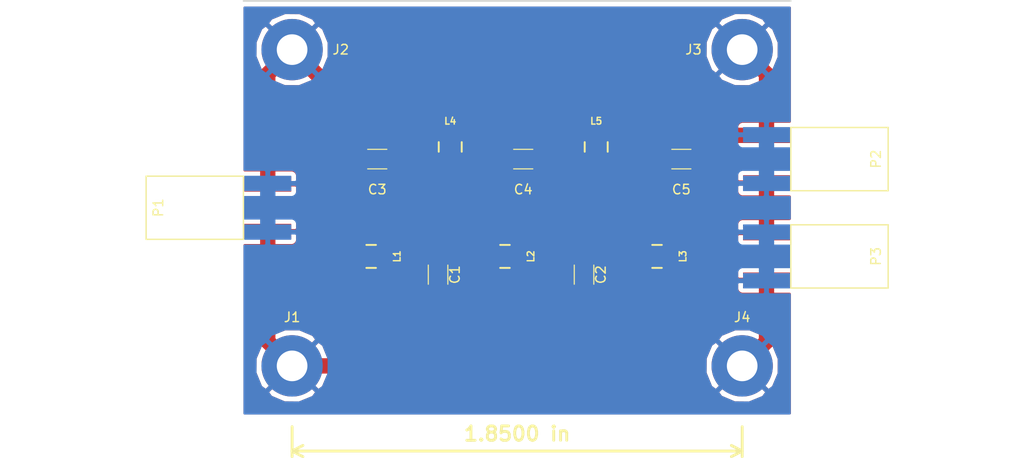
<source format=kicad_pcb>
(kicad_pcb (version 4) (host pcbnew 4.0.7-e2-6376~58~ubuntu16.04.1)

  (general
    (links 31)
    (no_connects 0)
    (area 13.740001 21.425 122.07 71.280001)
    (thickness 1.6)
    (drawings 10)
    (tracks 42)
    (zones 0)
    (modules 17)
    (nets 9)
  )

  (page A4)
  (title_block
    (title "VHF UHF Diplexer")
    (date 2018-01-14)
    (rev V1.0)
    (company "Giga Technology")
    (comment 1 "2m and 70 cm Diplex max 10w")
  )

  (layers
    (0 F.Cu signal)
    (31 B.Cu signal)
    (32 B.Adhes user)
    (33 F.Adhes user)
    (34 B.Paste user)
    (35 F.Paste user)
    (36 B.SilkS user)
    (37 F.SilkS user)
    (38 B.Mask user)
    (39 F.Mask user)
    (40 Dwgs.User user)
    (41 Cmts.User user)
    (42 Eco1.User user)
    (43 Eco2.User user)
    (44 Edge.Cuts user)
    (45 Margin user)
    (46 B.CrtYd user)
    (47 F.CrtYd user)
    (48 B.Fab user)
    (49 F.Fab user)
  )

  (setup
    (last_trace_width 0.25)
    (trace_clearance 0.2)
    (zone_clearance 0.508)
    (zone_45_only no)
    (trace_min 0.2)
    (segment_width 0.2)
    (edge_width 0.15)
    (via_size 0.6)
    (via_drill 0.4)
    (via_min_size 0.4)
    (via_min_drill 0.3)
    (uvia_size 0.3)
    (uvia_drill 0.1)
    (uvias_allowed no)
    (uvia_min_size 0.2)
    (uvia_min_drill 0.1)
    (pcb_text_width 0.3)
    (pcb_text_size 1.5 1.5)
    (mod_edge_width 0.15)
    (mod_text_size 1 1)
    (mod_text_width 0.15)
    (pad_size 1.524 1.524)
    (pad_drill 0.762)
    (pad_to_mask_clearance 0.2)
    (aux_axis_origin 0 0)
    (visible_elements FFFFFF7F)
    (pcbplotparams
      (layerselection 0x00030_80000001)
      (usegerberextensions false)
      (excludeedgelayer true)
      (linewidth 0.100000)
      (plotframeref false)
      (viasonmask false)
      (mode 1)
      (useauxorigin false)
      (hpglpennumber 1)
      (hpglpenspeed 20)
      (hpglpendiameter 15)
      (hpglpenoverlay 2)
      (psnegative false)
      (psa4output false)
      (plotreference true)
      (plotvalue true)
      (plotinvisibletext false)
      (padsonsilk false)
      (subtractmaskfromsilk false)
      (outputformat 1)
      (mirror false)
      (drillshape 1)
      (scaleselection 1)
      (outputdirectory ""))
  )

  (net 0 "")
  (net 1 "Net-(C1-Pad1)")
  (net 2 GND)
  (net 3 "Net-(C2-Pad1)")
  (net 4 "Net-(C3-Pad1)")
  (net 5 "Net-(C3-Pad2)")
  (net 6 "Net-(C4-Pad1)")
  (net 7 "Net-(C5-Pad1)")
  (net 8 "Net-(L3-Pad1)")

  (net_class Default "This is the default net class."
    (clearance 0.2)
    (trace_width 0.25)
    (via_dia 0.6)
    (via_drill 0.4)
    (uvia_dia 0.3)
    (uvia_drill 0.1)
  )

  (net_class 50Ohm ""
    (clearance 0.27)
    (trace_width 1.6)
    (via_dia 0.6)
    (via_drill 0.4)
    (uvia_dia 0.3)
    (uvia_drill 0.1)
    (add_net GND)
    (add_net "Net-(C1-Pad1)")
    (add_net "Net-(C2-Pad1)")
    (add_net "Net-(C3-Pad1)")
    (add_net "Net-(C3-Pad2)")
    (add_net "Net-(C4-Pad1)")
    (add_net "Net-(C5-Pad1)")
    (add_net "Net-(L3-Pad1)")
  )

  (module Capacitors_SMD:C_1206_HandSoldering (layer F.Cu) (tedit 58AA84D1) (tstamp 5A5B7892)
    (at 59.69 50.165 270)
    (descr "Capacitor SMD 1206, hand soldering")
    (tags "capacitor 1206")
    (path /5A59FCF8)
    (attr smd)
    (fp_text reference C1 (at 0 -1.75 270) (layer F.SilkS)
      (effects (font (size 1 1) (thickness 0.15)))
    )
    (fp_text value 18pF (at 0 2 270) (layer F.Fab)
      (effects (font (size 1 1) (thickness 0.15)))
    )
    (fp_text user %R (at 0 -1.75 270) (layer F.Fab)
      (effects (font (size 1 1) (thickness 0.15)))
    )
    (fp_line (start -1.6 0.8) (end -1.6 -0.8) (layer F.Fab) (width 0.1))
    (fp_line (start 1.6 0.8) (end -1.6 0.8) (layer F.Fab) (width 0.1))
    (fp_line (start 1.6 -0.8) (end 1.6 0.8) (layer F.Fab) (width 0.1))
    (fp_line (start -1.6 -0.8) (end 1.6 -0.8) (layer F.Fab) (width 0.1))
    (fp_line (start 1 -1.02) (end -1 -1.02) (layer F.SilkS) (width 0.12))
    (fp_line (start -1 1.02) (end 1 1.02) (layer F.SilkS) (width 0.12))
    (fp_line (start -3.25 -1.05) (end 3.25 -1.05) (layer F.CrtYd) (width 0.05))
    (fp_line (start -3.25 -1.05) (end -3.25 1.05) (layer F.CrtYd) (width 0.05))
    (fp_line (start 3.25 1.05) (end 3.25 -1.05) (layer F.CrtYd) (width 0.05))
    (fp_line (start 3.25 1.05) (end -3.25 1.05) (layer F.CrtYd) (width 0.05))
    (pad 1 smd rect (at -2 0 270) (size 2 1.6) (layers F.Cu F.Paste F.Mask)
      (net 1 "Net-(C1-Pad1)"))
    (pad 2 smd rect (at 2 0 270) (size 2 1.6) (layers F.Cu F.Paste F.Mask)
      (net 2 GND))
    (model Capacitors_SMD.3dshapes/C_1206.wrl
      (at (xyz 0 0 0))
      (scale (xyz 1 1 1))
      (rotate (xyz 0 0 0))
    )
  )

  (module Capacitors_SMD:C_1206_HandSoldering (layer F.Cu) (tedit 58AA84D1) (tstamp 5A5B7898)
    (at 74.93 50.165 270)
    (descr "Capacitor SMD 1206, hand soldering")
    (tags "capacitor 1206")
    (path /5A59FBD5)
    (attr smd)
    (fp_text reference C2 (at 0 -1.75 270) (layer F.SilkS)
      (effects (font (size 1 1) (thickness 0.15)))
    )
    (fp_text value 18pF (at 0 2 270) (layer F.Fab)
      (effects (font (size 1 1) (thickness 0.15)))
    )
    (fp_text user %R (at 0 -1.75 270) (layer F.Fab)
      (effects (font (size 1 1) (thickness 0.15)))
    )
    (fp_line (start -1.6 0.8) (end -1.6 -0.8) (layer F.Fab) (width 0.1))
    (fp_line (start 1.6 0.8) (end -1.6 0.8) (layer F.Fab) (width 0.1))
    (fp_line (start 1.6 -0.8) (end 1.6 0.8) (layer F.Fab) (width 0.1))
    (fp_line (start -1.6 -0.8) (end 1.6 -0.8) (layer F.Fab) (width 0.1))
    (fp_line (start 1 -1.02) (end -1 -1.02) (layer F.SilkS) (width 0.12))
    (fp_line (start -1 1.02) (end 1 1.02) (layer F.SilkS) (width 0.12))
    (fp_line (start -3.25 -1.05) (end 3.25 -1.05) (layer F.CrtYd) (width 0.05))
    (fp_line (start -3.25 -1.05) (end -3.25 1.05) (layer F.CrtYd) (width 0.05))
    (fp_line (start 3.25 1.05) (end 3.25 -1.05) (layer F.CrtYd) (width 0.05))
    (fp_line (start 3.25 1.05) (end -3.25 1.05) (layer F.CrtYd) (width 0.05))
    (pad 1 smd rect (at -2 0 270) (size 2 1.6) (layers F.Cu F.Paste F.Mask)
      (net 3 "Net-(C2-Pad1)"))
    (pad 2 smd rect (at 2 0 270) (size 2 1.6) (layers F.Cu F.Paste F.Mask)
      (net 2 GND))
    (model Capacitors_SMD.3dshapes/C_1206.wrl
      (at (xyz 0 0 0))
      (scale (xyz 1 1 1))
      (rotate (xyz 0 0 0))
    )
  )

  (module Inductor_SMD_25_20:SMD-2520 (layer F.Cu) (tedit 5A5CF6FA) (tstamp 5A5B78B0)
    (at 52.705 48.26 270)
    (path /5A59FDEC)
    (fp_text reference L1 (at 0 -2.7 270) (layer F.SilkS)
      (effects (font (size 0.7 0.7) (thickness 0.15)))
    )
    (fp_text value 68nH (at 2.25 0 360) (layer F.SilkS) hide
      (effects (font (size 0.7 0.7) (thickness 0.15)))
    )
    (fp_text user %R (at -3.175 0 360) (layer F.Fab)
      (effects (font (size 1.5 1.5) (thickness 0.15)))
    )
    (fp_line (start -1.5 2.1) (end -1.5 -2.1) (layer F.Fab) (width 0.1))
    (fp_line (start 1.5 2.1) (end -1.5 2.1) (layer F.Fab) (width 0.1))
    (fp_line (start 1.5 -2.1) (end 1.5 2.1) (layer F.Fab) (width 0.1))
    (fp_line (start -1.5 -2.1) (end 1.5 -2.1) (layer F.Fab) (width 0.1))
    (fp_line (start -1.2 0.5) (end -1.2 -0.5) (layer F.SilkS) (width 0.2))
    (fp_line (start 1.2 -0.5) (end 1.2 0.5) (layer F.SilkS) (width 0.2))
    (fp_line (start 1.5 -2.1) (end 1.5 2.1) (layer F.CrtYd) (width 0.05))
    (fp_line (start 1.5 2.1) (end -1.5 2.1) (layer F.CrtYd) (width 0.05))
    (fp_line (start -1.5 2.1) (end -1.5 -2.1) (layer F.CrtYd) (width 0.05))
    (fp_line (start -1.5 -2.1) (end 1.5 -2.1) (layer F.CrtYd) (width 0.05))
    (pad 1 smd rect (at 0 -1.25 270) (size 2.2 1.1) (layers F.Cu F.Paste F.Mask)
      (net 1 "Net-(C1-Pad1)"))
    (pad 2 smd rect (at 0 1.25 270) (size 2.2 1.1) (layers F.Cu F.Paste F.Mask)
      (net 5 "Net-(C3-Pad2)"))
  )

  (module Inductor_SMD_25_20:SMD-2520 (layer F.Cu) (tedit 5A5CF6F4) (tstamp 5A5B78B6)
    (at 66.675 48.26 270)
    (path /5A59FE74)
    (fp_text reference L2 (at 0 -2.7 270) (layer F.SilkS)
      (effects (font (size 0.7 0.7) (thickness 0.15)))
    )
    (fp_text value 100nH (at 2.25 0 360) (layer F.SilkS) hide
      (effects (font (size 0.7 0.7) (thickness 0.15)))
    )
    (fp_text user %R (at -3.175 0 360) (layer F.Fab)
      (effects (font (size 1.5 1.5) (thickness 0.15)))
    )
    (fp_line (start -1.5 2.1) (end -1.5 -2.1) (layer F.Fab) (width 0.1))
    (fp_line (start 1.5 2.1) (end -1.5 2.1) (layer F.Fab) (width 0.1))
    (fp_line (start 1.5 -2.1) (end 1.5 2.1) (layer F.Fab) (width 0.1))
    (fp_line (start -1.5 -2.1) (end 1.5 -2.1) (layer F.Fab) (width 0.1))
    (fp_line (start -1.2 0.5) (end -1.2 -0.5) (layer F.SilkS) (width 0.2))
    (fp_line (start 1.2 -0.5) (end 1.2 0.5) (layer F.SilkS) (width 0.2))
    (fp_line (start 1.5 -2.1) (end 1.5 2.1) (layer F.CrtYd) (width 0.05))
    (fp_line (start 1.5 2.1) (end -1.5 2.1) (layer F.CrtYd) (width 0.05))
    (fp_line (start -1.5 2.1) (end -1.5 -2.1) (layer F.CrtYd) (width 0.05))
    (fp_line (start -1.5 -2.1) (end 1.5 -2.1) (layer F.CrtYd) (width 0.05))
    (pad 1 smd rect (at 0 -1.25 270) (size 2.2 1.1) (layers F.Cu F.Paste F.Mask)
      (net 3 "Net-(C2-Pad1)"))
    (pad 2 smd rect (at 0 1.25 270) (size 2.2 1.1) (layers F.Cu F.Paste F.Mask)
      (net 1 "Net-(C1-Pad1)"))
  )

  (module Inductor_SMD_25_20:SMD-2520 (layer F.Cu) (tedit 5A5CF701) (tstamp 5A5B78BC)
    (at 82.55 48.26 270)
    (path /5A59FEB6)
    (fp_text reference L3 (at 0 -2.7 270) (layer F.SilkS)
      (effects (font (size 0.7 0.7) (thickness 0.15)))
    )
    (fp_text value 68nH (at 2.25 0 360) (layer F.SilkS) hide
      (effects (font (size 0.7 0.7) (thickness 0.15)))
    )
    (fp_text user %R (at -3.175 0 360) (layer F.Fab)
      (effects (font (size 1.5 1.5) (thickness 0.15)))
    )
    (fp_line (start -1.5 2.1) (end -1.5 -2.1) (layer F.Fab) (width 0.1))
    (fp_line (start 1.5 2.1) (end -1.5 2.1) (layer F.Fab) (width 0.1))
    (fp_line (start 1.5 -2.1) (end 1.5 2.1) (layer F.Fab) (width 0.1))
    (fp_line (start -1.5 -2.1) (end 1.5 -2.1) (layer F.Fab) (width 0.1))
    (fp_line (start -1.2 0.5) (end -1.2 -0.5) (layer F.SilkS) (width 0.2))
    (fp_line (start 1.2 -0.5) (end 1.2 0.5) (layer F.SilkS) (width 0.2))
    (fp_line (start 1.5 -2.1) (end 1.5 2.1) (layer F.CrtYd) (width 0.05))
    (fp_line (start 1.5 2.1) (end -1.5 2.1) (layer F.CrtYd) (width 0.05))
    (fp_line (start -1.5 2.1) (end -1.5 -2.1) (layer F.CrtYd) (width 0.05))
    (fp_line (start -1.5 -2.1) (end 1.5 -2.1) (layer F.CrtYd) (width 0.05))
    (pad 1 smd rect (at 0 -1.25 270) (size 2.2 1.1) (layers F.Cu F.Paste F.Mask)
      (net 8 "Net-(L3-Pad1)"))
    (pad 2 smd rect (at 0 1.25 270) (size 2.2 1.1) (layers F.Cu F.Paste F.Mask)
      (net 3 "Net-(C2-Pad1)"))
  )

  (module Inductor_SMD_25_20:SMD-2520 (layer F.Cu) (tedit 5A5B258D) (tstamp 5A5B78C2)
    (at 60.96 36.83)
    (path /5A59FF0C)
    (fp_text reference L4 (at 0 -2.7) (layer F.SilkS)
      (effects (font (size 0.7 0.7) (thickness 0.15)))
    )
    (fp_text value 15nH (at 2.25 0 90) (layer F.SilkS) hide
      (effects (font (size 0.7 0.7) (thickness 0.15)))
    )
    (fp_text user %R (at 0 0 90) (layer F.Fab)
      (effects (font (size 1.5 1.5) (thickness 0.15)))
    )
    (fp_line (start -1.5 2.1) (end -1.5 -2.1) (layer F.Fab) (width 0.1))
    (fp_line (start 1.5 2.1) (end -1.5 2.1) (layer F.Fab) (width 0.1))
    (fp_line (start 1.5 -2.1) (end 1.5 2.1) (layer F.Fab) (width 0.1))
    (fp_line (start -1.5 -2.1) (end 1.5 -2.1) (layer F.Fab) (width 0.1))
    (fp_line (start -1.2 0.5) (end -1.2 -0.5) (layer F.SilkS) (width 0.2))
    (fp_line (start 1.2 -0.5) (end 1.2 0.5) (layer F.SilkS) (width 0.2))
    (fp_line (start 1.5 -2.1) (end 1.5 2.1) (layer F.CrtYd) (width 0.05))
    (fp_line (start 1.5 2.1) (end -1.5 2.1) (layer F.CrtYd) (width 0.05))
    (fp_line (start -1.5 2.1) (end -1.5 -2.1) (layer F.CrtYd) (width 0.05))
    (fp_line (start -1.5 -2.1) (end 1.5 -2.1) (layer F.CrtYd) (width 0.05))
    (pad 1 smd rect (at 0 -1.25) (size 2.2 1.1) (layers F.Cu F.Paste F.Mask)
      (net 2 GND))
    (pad 2 smd rect (at 0 1.25) (size 2.2 1.1) (layers F.Cu F.Paste F.Mask)
      (net 4 "Net-(C3-Pad1)"))
  )

  (module Inductor_SMD_25_20:SMD-2520 (layer F.Cu) (tedit 5A5B258D) (tstamp 5A5B78C8)
    (at 76.2 36.83)
    (path /5A59FF5E)
    (fp_text reference L5 (at 0 -2.7) (layer F.SilkS)
      (effects (font (size 0.7 0.7) (thickness 0.15)))
    )
    (fp_text value 15nH (at 2.25 0 90) (layer F.SilkS) hide
      (effects (font (size 0.7 0.7) (thickness 0.15)))
    )
    (fp_text user %R (at 0 0 90) (layer F.Fab)
      (effects (font (size 1.5 1.5) (thickness 0.15)))
    )
    (fp_line (start -1.5 2.1) (end -1.5 -2.1) (layer F.Fab) (width 0.1))
    (fp_line (start 1.5 2.1) (end -1.5 2.1) (layer F.Fab) (width 0.1))
    (fp_line (start 1.5 -2.1) (end 1.5 2.1) (layer F.Fab) (width 0.1))
    (fp_line (start -1.5 -2.1) (end 1.5 -2.1) (layer F.Fab) (width 0.1))
    (fp_line (start -1.2 0.5) (end -1.2 -0.5) (layer F.SilkS) (width 0.2))
    (fp_line (start 1.2 -0.5) (end 1.2 0.5) (layer F.SilkS) (width 0.2))
    (fp_line (start 1.5 -2.1) (end 1.5 2.1) (layer F.CrtYd) (width 0.05))
    (fp_line (start 1.5 2.1) (end -1.5 2.1) (layer F.CrtYd) (width 0.05))
    (fp_line (start -1.5 2.1) (end -1.5 -2.1) (layer F.CrtYd) (width 0.05))
    (fp_line (start -1.5 -2.1) (end 1.5 -2.1) (layer F.CrtYd) (width 0.05))
    (pad 1 smd rect (at 0 -1.25) (size 2.2 1.1) (layers F.Cu F.Paste F.Mask)
      (net 2 GND))
    (pad 2 smd rect (at 0 1.25) (size 2.2 1.1) (layers F.Cu F.Paste F.Mask)
      (net 6 "Net-(C4-Pad1)"))
  )

  (module Bacar:SMA_Edge (layer F.Cu) (tedit 587FB08C) (tstamp 5A5B78D1)
    (at 41.91 43.18 90)
    (path /5A59FADA)
    (fp_text reference P1 (at 0 -11.43 90) (layer F.SilkS)
      (effects (font (size 1 1) (thickness 0.15)))
    )
    (fp_text value SMA (at 0 -13.97 90) (layer F.Fab)
      (effects (font (size 1 1) (thickness 0.15)))
    )
    (fp_line (start -3.3 -2.54) (end 3.3 -2.54) (layer F.SilkS) (width 0.15))
    (fp_line (start -3.3 -12.7) (end -3.3 -2.54) (layer F.SilkS) (width 0.15))
    (fp_line (start 3.3 -12.7) (end -3.3 -12.7) (layer F.SilkS) (width 0.15))
    (fp_line (start 3.3 -12.7) (end 3.3 -2.54) (layer F.SilkS) (width 0.15))
    (pad 1 connect rect (at 0 0 90) (size 1.6 4.9) (layers F.Cu F.Mask)
      (net 5 "Net-(C3-Pad2)"))
    (pad 2 connect rect (at -2.48 0 90) (size 1.6 4.9) (layers F.Cu F.Mask)
      (net 2 GND))
    (pad 2 smd rect (at 2.48 0 90) (size 1.6 4.9) (layers F.Cu F.Paste F.Mask)
      (net 2 GND))
    (pad 2 smd rect (at 2.54 0 90) (size 1.6 4.9) (layers B.Cu F.Paste F.Mask)
      (net 2 GND))
    (pad 2 smd rect (at -2.54 0 90) (size 1.6 4.9) (layers B.Cu F.Paste F.Mask)
      (net 2 GND))
  )

  (module Bacar:SMA_Edge (layer F.Cu) (tedit 587FB08C) (tstamp 5A5B78DA)
    (at 93.98 38.1 270)
    (path /5A59FB06)
    (fp_text reference P2 (at 0 -11.43 270) (layer F.SilkS)
      (effects (font (size 1 1) (thickness 0.15)))
    )
    (fp_text value SMA (at 0 -13.97 270) (layer F.Fab)
      (effects (font (size 1 1) (thickness 0.15)))
    )
    (fp_line (start -3.3 -2.54) (end 3.3 -2.54) (layer F.SilkS) (width 0.15))
    (fp_line (start -3.3 -12.7) (end -3.3 -2.54) (layer F.SilkS) (width 0.15))
    (fp_line (start 3.3 -12.7) (end -3.3 -12.7) (layer F.SilkS) (width 0.15))
    (fp_line (start 3.3 -12.7) (end 3.3 -2.54) (layer F.SilkS) (width 0.15))
    (pad 1 connect rect (at 0 0 270) (size 1.6 4.9) (layers F.Cu F.Mask)
      (net 7 "Net-(C5-Pad1)"))
    (pad 2 connect rect (at -2.48 0 270) (size 1.6 4.9) (layers F.Cu F.Mask)
      (net 2 GND))
    (pad 2 smd rect (at 2.48 0 270) (size 1.6 4.9) (layers F.Cu F.Paste F.Mask)
      (net 2 GND))
    (pad 2 smd rect (at 2.54 0 270) (size 1.6 4.9) (layers B.Cu F.Paste F.Mask)
      (net 2 GND))
    (pad 2 smd rect (at -2.54 0 270) (size 1.6 4.9) (layers B.Cu F.Paste F.Mask)
      (net 2 GND))
  )

  (module Bacar:SMA_Edge (layer F.Cu) (tedit 587FB08C) (tstamp 5A5B78E3)
    (at 93.98 48.26 270)
    (path /5A59FB70)
    (fp_text reference P3 (at 0 -11.43 270) (layer F.SilkS)
      (effects (font (size 1 1) (thickness 0.15)))
    )
    (fp_text value SMA (at 0 -13.97 270) (layer F.Fab)
      (effects (font (size 1 1) (thickness 0.15)))
    )
    (fp_line (start -3.3 -2.54) (end 3.3 -2.54) (layer F.SilkS) (width 0.15))
    (fp_line (start -3.3 -12.7) (end -3.3 -2.54) (layer F.SilkS) (width 0.15))
    (fp_line (start 3.3 -12.7) (end -3.3 -12.7) (layer F.SilkS) (width 0.15))
    (fp_line (start 3.3 -12.7) (end 3.3 -2.54) (layer F.SilkS) (width 0.15))
    (pad 1 connect rect (at 0 0 270) (size 1.6 4.9) (layers F.Cu F.Mask)
      (net 8 "Net-(L3-Pad1)"))
    (pad 2 connect rect (at -2.48 0 270) (size 1.6 4.9) (layers F.Cu F.Mask)
      (net 2 GND))
    (pad 2 smd rect (at 2.48 0 270) (size 1.6 4.9) (layers F.Cu F.Paste F.Mask)
      (net 2 GND))
    (pad 2 smd rect (at 2.54 0 270) (size 1.6 4.9) (layers B.Cu F.Paste F.Mask)
      (net 2 GND))
    (pad 2 smd rect (at -2.54 0 270) (size 1.6 4.9) (layers B.Cu F.Paste F.Mask)
      (net 2 GND))
  )

  (module Capacitors_SMD:C_1206_HandSoldering (layer F.Cu) (tedit 5A5CFB38) (tstamp 5A5B8261)
    (at 53.34 38.1 180)
    (descr "Capacitor SMD 1206, hand soldering")
    (tags "capacitor 1206")
    (path /5A59FD2B)
    (attr smd)
    (fp_text reference C3 (at 0 -3.175 180) (layer F.SilkS)
      (effects (font (size 1 1) (thickness 0.15)))
    )
    (fp_text value 4.7pF (at 0 2 180) (layer F.Fab)
      (effects (font (size 1 1) (thickness 0.15)))
    )
    (fp_text user %R (at 0 -1.75 180) (layer F.Fab)
      (effects (font (size 1 1) (thickness 0.15)))
    )
    (fp_line (start -1.6 0.8) (end -1.6 -0.8) (layer F.Fab) (width 0.1))
    (fp_line (start 1.6 0.8) (end -1.6 0.8) (layer F.Fab) (width 0.1))
    (fp_line (start 1.6 -0.8) (end 1.6 0.8) (layer F.Fab) (width 0.1))
    (fp_line (start -1.6 -0.8) (end 1.6 -0.8) (layer F.Fab) (width 0.1))
    (fp_line (start 1 -1.02) (end -1 -1.02) (layer F.SilkS) (width 0.12))
    (fp_line (start -1 1.02) (end 1 1.02) (layer F.SilkS) (width 0.12))
    (fp_line (start -3.25 -1.05) (end 3.25 -1.05) (layer F.CrtYd) (width 0.05))
    (fp_line (start -3.25 -1.05) (end -3.25 1.05) (layer F.CrtYd) (width 0.05))
    (fp_line (start 3.25 1.05) (end 3.25 -1.05) (layer F.CrtYd) (width 0.05))
    (fp_line (start 3.25 1.05) (end -3.25 1.05) (layer F.CrtYd) (width 0.05))
    (pad 1 smd rect (at -2 0 180) (size 2 1.6) (layers F.Cu F.Paste F.Mask)
      (net 4 "Net-(C3-Pad1)"))
    (pad 2 smd rect (at 2 0 180) (size 2 1.6) (layers F.Cu F.Paste F.Mask)
      (net 5 "Net-(C3-Pad2)"))
    (model Capacitors_SMD.3dshapes/C_1206.wrl
      (at (xyz 0 0 0))
      (scale (xyz 1 1 1))
      (rotate (xyz 0 0 0))
    )
  )

  (module Capacitors_SMD:C_1206_HandSoldering (layer F.Cu) (tedit 5A5CFB2D) (tstamp 5A5B82D8)
    (at 68.58 38.1 180)
    (descr "Capacitor SMD 1206, hand soldering")
    (tags "capacitor 1206")
    (path /5A59FD7F)
    (attr smd)
    (fp_text reference C4 (at 0 -3.175 180) (layer F.SilkS)
      (effects (font (size 1 1) (thickness 0.15)))
    )
    (fp_text value 2.7pF (at 0 2 180) (layer F.Fab)
      (effects (font (size 1 1) (thickness 0.15)))
    )
    (fp_text user %R (at 0 -1.75 180) (layer F.Fab)
      (effects (font (size 1 1) (thickness 0.15)))
    )
    (fp_line (start -1.6 0.8) (end -1.6 -0.8) (layer F.Fab) (width 0.1))
    (fp_line (start 1.6 0.8) (end -1.6 0.8) (layer F.Fab) (width 0.1))
    (fp_line (start 1.6 -0.8) (end 1.6 0.8) (layer F.Fab) (width 0.1))
    (fp_line (start -1.6 -0.8) (end 1.6 -0.8) (layer F.Fab) (width 0.1))
    (fp_line (start 1 -1.02) (end -1 -1.02) (layer F.SilkS) (width 0.12))
    (fp_line (start -1 1.02) (end 1 1.02) (layer F.SilkS) (width 0.12))
    (fp_line (start -3.25 -1.05) (end 3.25 -1.05) (layer F.CrtYd) (width 0.05))
    (fp_line (start -3.25 -1.05) (end -3.25 1.05) (layer F.CrtYd) (width 0.05))
    (fp_line (start 3.25 1.05) (end 3.25 -1.05) (layer F.CrtYd) (width 0.05))
    (fp_line (start 3.25 1.05) (end -3.25 1.05) (layer F.CrtYd) (width 0.05))
    (pad 1 smd rect (at -2 0 180) (size 2 1.6) (layers F.Cu F.Paste F.Mask)
      (net 6 "Net-(C4-Pad1)"))
    (pad 2 smd rect (at 2 0 180) (size 2 1.6) (layers F.Cu F.Paste F.Mask)
      (net 4 "Net-(C3-Pad1)"))
    (model Capacitors_SMD.3dshapes/C_1206.wrl
      (at (xyz 0 0 0))
      (scale (xyz 1 1 1))
      (rotate (xyz 0 0 0))
    )
  )

  (module Capacitors_SMD:C_1206_HandSoldering (layer F.Cu) (tedit 5A5CFB28) (tstamp 5A5B82DE)
    (at 85.09 38.1 180)
    (descr "Capacitor SMD 1206, hand soldering")
    (tags "capacitor 1206")
    (path /5A59FDB4)
    (attr smd)
    (fp_text reference C5 (at 0 -3.175 180) (layer F.SilkS)
      (effects (font (size 1 1) (thickness 0.15)))
    )
    (fp_text value 4.7pF (at 0 2 180) (layer F.Fab)
      (effects (font (size 1 1) (thickness 0.15)))
    )
    (fp_text user %R (at 0 -1.75 180) (layer F.Fab)
      (effects (font (size 1 1) (thickness 0.15)))
    )
    (fp_line (start -1.6 0.8) (end -1.6 -0.8) (layer F.Fab) (width 0.1))
    (fp_line (start 1.6 0.8) (end -1.6 0.8) (layer F.Fab) (width 0.1))
    (fp_line (start 1.6 -0.8) (end 1.6 0.8) (layer F.Fab) (width 0.1))
    (fp_line (start -1.6 -0.8) (end 1.6 -0.8) (layer F.Fab) (width 0.1))
    (fp_line (start 1 -1.02) (end -1 -1.02) (layer F.SilkS) (width 0.12))
    (fp_line (start -1 1.02) (end 1 1.02) (layer F.SilkS) (width 0.12))
    (fp_line (start -3.25 -1.05) (end 3.25 -1.05) (layer F.CrtYd) (width 0.05))
    (fp_line (start -3.25 -1.05) (end -3.25 1.05) (layer F.CrtYd) (width 0.05))
    (fp_line (start 3.25 1.05) (end 3.25 -1.05) (layer F.CrtYd) (width 0.05))
    (fp_line (start 3.25 1.05) (end -3.25 1.05) (layer F.CrtYd) (width 0.05))
    (pad 1 smd rect (at -2 0 180) (size 2 1.6) (layers F.Cu F.Paste F.Mask)
      (net 7 "Net-(C5-Pad1)"))
    (pad 2 smd rect (at 2 0 180) (size 2 1.6) (layers F.Cu F.Paste F.Mask)
      (net 6 "Net-(C4-Pad1)"))
    (model Capacitors_SMD.3dshapes/C_1206.wrl
      (at (xyz 0 0 0))
      (scale (xyz 1 1 1))
      (rotate (xyz 0 0 0))
    )
  )

  (module Mounting_Holes:MountingHole_3.2mm_M3_Pad (layer F.Cu) (tedit 5A5CFB62) (tstamp 5A5B89DA)
    (at 44.45 59.69)
    (descr "Mounting Hole 3.2mm, M3")
    (tags "mounting hole 3.2mm m3")
    (path /5A5B84B5)
    (attr virtual)
    (fp_text reference J1 (at 0 -5.08) (layer F.SilkS)
      (effects (font (size 1 1) (thickness 0.15)))
    )
    (fp_text value "3mm mount" (at 8.255 2.54) (layer F.Fab)
      (effects (font (size 1 1) (thickness 0.15)))
    )
    (fp_text user %R (at 0.3 0) (layer F.Fab)
      (effects (font (size 1 1) (thickness 0.15)))
    )
    (fp_circle (center 0 0) (end 3.2 0) (layer Cmts.User) (width 0.15))
    (fp_circle (center 0 0) (end 3.45 0) (layer F.CrtYd) (width 0.05))
    (pad 1 thru_hole circle (at 0 0) (size 6.4 6.4) (drill 3.2) (layers *.Cu *.Mask)
      (net 2 GND))
  )

  (module Mounting_Holes:MountingHole_3.2mm_M3_Pad (layer F.Cu) (tedit 5A5CFB72) (tstamp 5A5B89DF)
    (at 44.45 26.67)
    (descr "Mounting Hole 3.2mm, M3")
    (tags "mounting hole 3.2mm m3")
    (path /5A5B8514)
    (attr virtual)
    (fp_text reference J2 (at 5.08 0) (layer F.SilkS)
      (effects (font (size 1 1) (thickness 0.15)))
    )
    (fp_text value "3mm mount" (at 4.445 4.445) (layer F.Fab)
      (effects (font (size 1 1) (thickness 0.15)))
    )
    (fp_text user %R (at 0.3 0) (layer F.Fab)
      (effects (font (size 1 1) (thickness 0.15)))
    )
    (fp_circle (center 0 0) (end 3.2 0) (layer Cmts.User) (width 0.15))
    (fp_circle (center 0 0) (end 3.45 0) (layer F.CrtYd) (width 0.05))
    (pad 1 thru_hole circle (at 0 0) (size 6.4 6.4) (drill 3.2) (layers *.Cu *.Mask)
      (net 2 GND))
  )

  (module Mounting_Holes:MountingHole_3.2mm_M3_Pad (layer F.Cu) (tedit 5A5CFB6E) (tstamp 5A5B89E4)
    (at 91.44 26.67)
    (descr "Mounting Hole 3.2mm, M3")
    (tags "mounting hole 3.2mm m3")
    (path /5A5B85FF)
    (attr virtual)
    (fp_text reference J3 (at -5.08 0) (layer F.SilkS)
      (effects (font (size 1 1) (thickness 0.15)))
    )
    (fp_text value "3mm mount" (at -4.445 4.445) (layer F.Fab)
      (effects (font (size 1 1) (thickness 0.15)))
    )
    (fp_text user %R (at 0.3 0) (layer F.Fab)
      (effects (font (size 1 1) (thickness 0.15)))
    )
    (fp_circle (center 0 0) (end 3.2 0) (layer Cmts.User) (width 0.15))
    (fp_circle (center 0 0) (end 3.45 0) (layer F.CrtYd) (width 0.05))
    (pad 1 thru_hole circle (at 0 0) (size 6.4 6.4) (drill 3.2) (layers *.Cu *.Mask)
      (net 2 GND))
  )

  (module Mounting_Holes:MountingHole_3.2mm_M3_Pad (layer F.Cu) (tedit 5A5CFB69) (tstamp 5A5B89E9)
    (at 91.44 59.69)
    (descr "Mounting Hole 3.2mm, M3")
    (tags "mounting hole 3.2mm m3")
    (path /5A5B8653)
    (attr virtual)
    (fp_text reference J4 (at 0 -5.08) (layer F.SilkS)
      (effects (font (size 1 1) (thickness 0.15)))
    )
    (fp_text value "3mm mount" (at -8.89 1.905) (layer F.Fab)
      (effects (font (size 1 1) (thickness 0.15)))
    )
    (fp_text user %R (at 0.3 0) (layer F.Fab)
      (effects (font (size 1 1) (thickness 0.15)))
    )
    (fp_circle (center 0 0) (end 3.2 0) (layer Cmts.User) (width 0.15))
    (fp_circle (center 0 0) (end 3.45 0) (layer F.CrtYd) (width 0.05))
    (pad 1 thru_hole circle (at 0 0) (size 6.4 6.4) (drill 3.2) (layers *.Cu *.Mask)
      (net 2 GND))
  )

  (gr_line (start 96.52 64.77) (end 96.52 21.59) (angle 90) (layer F.Fab) (width 0.2))
  (gr_line (start 39.37 64.77) (end 96.52 64.77) (angle 90) (layer F.Fab) (width 0.2))
  (gr_line (start 39.37 21.59) (end 39.37 64.77) (angle 90) (layer F.Fab) (width 0.2))
  (gr_line (start 96.52 21.59) (end 39.37 21.59) (angle 90) (layer Edge.Cuts) (width 0.15))
  (dimension 46.99 (width 0.3) (layer F.SilkS)
    (gr_text "46.990 mm" (at 67.945 69.93) (layer F.SilkS)
      (effects (font (size 1.5 1.5) (thickness 0.3)))
    )
    (feature1 (pts (xy 91.44 66.04) (xy 91.44 71.28)))
    (feature2 (pts (xy 44.45 66.04) (xy 44.45 71.28)))
    (crossbar (pts (xy 44.45 68.58) (xy 91.44 68.58)))
    (arrow1a (pts (xy 91.44 68.58) (xy 90.313496 69.166421)))
    (arrow1b (pts (xy 91.44 68.58) (xy 90.313496 67.993579)))
    (arrow2a (pts (xy 44.45 68.58) (xy 45.576504 69.166421)))
    (arrow2b (pts (xy 44.45 68.58) (xy 45.576504 67.993579)))
  )
  (dimension 11.43 (width 0.3) (layer F.Mask)
    (gr_text "11.430 mm" (at 115.49 53.975 90) (layer F.Mask)
      (effects (font (size 1.5 1.5) (thickness 0.3)))
    )
    (feature1 (pts (xy 119.38 48.26) (xy 114.14 48.26)))
    (feature2 (pts (xy 119.38 59.69) (xy 114.14 59.69)))
    (crossbar (pts (xy 116.84 59.69) (xy 116.84 48.26)))
    (arrow1a (pts (xy 116.84 48.26) (xy 117.426421 49.386504)))
    (arrow1b (pts (xy 116.84 48.26) (xy 116.253579 49.386504)))
    (arrow2a (pts (xy 116.84 59.69) (xy 117.426421 58.563496)))
    (arrow2b (pts (xy 116.84 59.69) (xy 116.253579 58.563496)))
  )
  (dimension 11.43 (width 0.3) (layer F.Mask)
    (gr_text "11.430 mm" (at 115.57 34.29 270) (layer F.Mask)
      (effects (font (size 1.5 1.5) (thickness 0.3)))
    )
    (feature1 (pts (xy 119.38 38.1) (xy 114.14 38.1)))
    (feature2 (pts (xy 119.38 26.67) (xy 114.14 26.67)))
    (crossbar (pts (xy 116.84 26.67) (xy 116.84 38.1)))
    (arrow1a (pts (xy 116.84 38.1) (xy 116.253579 36.973496)))
    (arrow1b (pts (xy 116.84 38.1) (xy 117.426421 36.973496)))
    (arrow2a (pts (xy 116.84 26.67) (xy 116.253579 27.796504)))
    (arrow2b (pts (xy 116.84 26.67) (xy 117.426421 27.796504)))
  )
  (dimension 33.02 (width 0.3) (layer F.Mask)
    (gr_text "33.020 mm" (at 110.41 43.18 270) (layer F.Mask)
      (effects (font (size 1.5 1.5) (thickness 0.3)))
    )
    (feature1 (pts (xy 114.3 59.69) (xy 109.06 59.69)))
    (feature2 (pts (xy 114.3 26.67) (xy 109.06 26.67)))
    (crossbar (pts (xy 111.76 26.67) (xy 111.76 59.69)))
    (arrow1a (pts (xy 111.76 59.69) (xy 111.173579 58.563496)))
    (arrow1b (pts (xy 111.76 59.69) (xy 112.346421 58.563496)))
    (arrow2a (pts (xy 111.76 26.67) (xy 111.173579 27.796504)))
    (arrow2b (pts (xy 111.76 26.67) (xy 112.346421 27.796504)))
  )
  (dimension 16.51 (width 0.3) (layer F.Mask)
    (gr_text "16.510 mm" (at 20.24 34.925 90) (layer F.Mask)
      (effects (font (size 1.5 1.5) (thickness 0.3)))
    )
    (feature1 (pts (xy 25.4 26.67) (xy 18.89 26.67)))
    (feature2 (pts (xy 25.4 43.18) (xy 18.89 43.18)))
    (crossbar (pts (xy 21.59 43.18) (xy 21.59 26.67)))
    (arrow1a (pts (xy 21.59 26.67) (xy 22.176421 27.796504)))
    (arrow1b (pts (xy 21.59 26.67) (xy 21.003579 27.796504)))
    (arrow2a (pts (xy 21.59 43.18) (xy 22.176421 42.053496)))
    (arrow2b (pts (xy 21.59 43.18) (xy 21.003579 42.053496)))
  )
  (dimension 16.51 (width 0.3) (layer F.Mask)
    (gr_text "16.510 mm" (at 20.24 51.435 270) (layer F.Mask)
      (effects (font (size 1.5 1.5) (thickness 0.3)))
    )
    (feature1 (pts (xy 25.4 59.69) (xy 18.89 59.69)))
    (feature2 (pts (xy 25.4 43.18) (xy 18.89 43.18)))
    (crossbar (pts (xy 21.59 43.18) (xy 21.59 59.69)))
    (arrow1a (pts (xy 21.59 59.69) (xy 21.003579 58.563496)))
    (arrow1b (pts (xy 21.59 59.69) (xy 22.176421 58.563496)))
    (arrow2a (pts (xy 21.59 43.18) (xy 21.003579 44.306504)))
    (arrow2b (pts (xy 21.59 43.18) (xy 22.176421 44.306504)))
  )

  (segment (start 59.69 48.165) (end 64.675 48.165) (width 1.6) (layer F.Cu) (net 1) (status 400000))
  (segment (start 64.77 48.26) (end 65.425 48.26) (width 1.6) (layer F.Cu) (net 1) (tstamp 5A5CF737) (status 800000))
  (segment (start 64.675 48.165) (end 64.77 48.26) (width 1.6) (layer F.Cu) (net 1) (tstamp 5A5CF734))
  (segment (start 53.955 48.26) (end 59.595 48.26) (width 1.6) (layer F.Cu) (net 1))
  (segment (start 59.595 48.26) (end 59.69 48.165) (width 1.6) (layer F.Cu) (net 1) (tstamp 5A5CF4AF))
  (segment (start 76.2 35.58) (end 53.36 35.58) (width 1.6) (layer F.Cu) (net 2))
  (segment (start 53.36 35.58) (end 44.45 26.67) (width 1.6) (layer F.Cu) (net 2) (tstamp 5A5CF66A))
  (segment (start 41.91 40.7) (end 41.91 29.21) (width 1.6) (layer F.Cu) (net 2))
  (segment (start 41.91 29.21) (end 44.45 26.67) (width 1.6) (layer F.Cu) (net 2) (tstamp 5A5CF634))
  (segment (start 41.91 40.64) (end 41.91 45.72) (width 1.6) (layer B.Cu) (net 2))
  (segment (start 93.98 45.72) (end 93.98 50.8) (width 1.6) (layer B.Cu) (net 2))
  (segment (start 93.98 35.56) (end 93.98 40.64) (width 1.6) (layer B.Cu) (net 2))
  (segment (start 60.96 35.58) (end 76.2 35.58) (width 1.6) (layer F.Cu) (net 2))
  (segment (start 93.98 35.62) (end 76.24 35.62) (width 1.6) (layer F.Cu) (net 2))
  (segment (start 76.24 35.62) (end 76.2 35.58) (width 1.6) (layer F.Cu) (net 2) (tstamp 5A5CF5F2))
  (segment (start 93.98 35.62) (end 93.98 29.21) (width 1.6) (layer F.Cu) (net 2))
  (segment (start 93.98 29.21) (end 91.44 26.67) (width 1.6) (layer F.Cu) (net 2) (tstamp 5A5CF5E6))
  (segment (start 93.98 50.74) (end 93.98 57.15) (width 1.6) (layer F.Cu) (net 2))
  (segment (start 93.98 57.15) (end 91.44 59.69) (width 1.6) (layer F.Cu) (net 2) (tstamp 5A5CF5E1))
  (segment (start 93.98 40.58) (end 93.98 45.78) (width 1.6) (layer F.Cu) (net 2))
  (segment (start 41.91 45.66) (end 41.91 57.15) (width 1.6) (layer F.Cu) (net 2))
  (segment (start 41.91 57.15) (end 44.45 59.69) (width 1.6) (layer F.Cu) (net 2) (tstamp 5A5CF5CB))
  (segment (start 74.93 52.165) (end 59.69 52.165) (width 1.6) (layer F.Cu) (net 2))
  (segment (start 59.69 52.165) (end 52.165 59.69) (width 1.6) (layer F.Cu) (net 2) (tstamp 5A5CF5C1))
  (segment (start 52.165 59.69) (end 44.45 59.69) (width 1.6) (layer F.Cu) (net 2) (tstamp 5A5CF5C3))
  (segment (start 67.925 48.26) (end 74.835 48.26) (width 1.6) (layer F.Cu) (net 3) (status C00000))
  (segment (start 74.835 48.26) (end 74.93 48.165) (width 1.6) (layer F.Cu) (net 3) (tstamp 5A5CF73E) (status C00000))
  (segment (start 74.93 48.165) (end 81.205 48.165) (width 1.6) (layer F.Cu) (net 3))
  (segment (start 81.205 48.165) (end 81.3 48.26) (width 1.6) (layer F.Cu) (net 3) (tstamp 5A5CF58A))
  (segment (start 81.205 48.165) (end 81.3 48.26) (width 1.6) (layer F.Cu) (net 3) (tstamp 5A5CF501))
  (segment (start 60.96 38.08) (end 66.56 38.08) (width 1.6) (layer F.Cu) (net 4))
  (segment (start 66.56 38.08) (end 66.58 38.1) (width 1.6) (layer F.Cu) (net 4) (tstamp 5A5CF379))
  (segment (start 55.34 38.1) (end 60.94 38.1) (width 1.6) (layer F.Cu) (net 4))
  (segment (start 60.94 38.1) (end 60.96 38.08) (width 1.6) (layer F.Cu) (net 4) (tstamp 5A5CF370))
  (segment (start 46.26 43.18) (end 46.375 43.18) (width 1.6) (layer F.Cu) (net 5))
  (segment (start 46.375 43.18) (end 51.455 48.26) (width 1.6) (layer F.Cu) (net 5) (tstamp 5A5CF368))
  (segment (start 41.91 43.18) (end 46.26 43.18) (width 1.6) (layer F.Cu) (net 5))
  (segment (start 46.26 43.18) (end 51.34 38.1) (width 1.6) (layer F.Cu) (net 5) (tstamp 5A5CF35A))
  (segment (start 70.58 38.1) (end 76.18 38.1) (width 1.6) (layer F.Cu) (net 6))
  (segment (start 76.18 38.1) (end 83.09 38.1) (width 1.6) (layer F.Cu) (net 6) (tstamp 5A5CF380))
  (segment (start 87.09 38.1) (end 93.98 38.1) (width 1.6) (layer F.Cu) (net 7))
  (segment (start 93.98 48.26) (end 83.8 48.26) (width 1.6) (layer F.Cu) (net 8))

  (zone (net 2) (net_name GND) (layer B.Cu) (tstamp 5A5CF863) (hatch edge 0.508)
    (connect_pads (clearance 0.508))
    (min_thickness 0.254)
    (fill yes (arc_segments 16) (thermal_gap 0.508) (thermal_bridge_width 0.508))
    (polygon
      (pts
        (xy 96.52 64.77) (xy 39.37 64.77) (xy 39.37 21.59) (xy 96.52 21.59)
      )
    )
    (filled_polygon
      (pts
        (xy 96.393 34.125) (xy 94.26575 34.125) (xy 94.107 34.28375) (xy 94.107 35.433) (xy 94.127 35.433)
        (xy 94.127 35.687) (xy 94.107 35.687) (xy 94.107 36.83625) (xy 94.26575 36.995) (xy 96.393 36.995)
        (xy 96.393 39.205) (xy 94.26575 39.205) (xy 94.107 39.36375) (xy 94.107 40.513) (xy 94.127 40.513)
        (xy 94.127 40.767) (xy 94.107 40.767) (xy 94.107 41.91625) (xy 94.26575 42.075) (xy 96.393 42.075)
        (xy 96.393 44.285) (xy 94.26575 44.285) (xy 94.107 44.44375) (xy 94.107 45.593) (xy 94.127 45.593)
        (xy 94.127 45.847) (xy 94.107 45.847) (xy 94.107 46.99625) (xy 94.26575 47.155) (xy 96.393 47.155)
        (xy 96.393 49.365) (xy 94.26575 49.365) (xy 94.107 49.52375) (xy 94.107 50.673) (xy 94.127 50.673)
        (xy 94.127 50.927) (xy 94.107 50.927) (xy 94.107 52.07625) (xy 94.26575 52.235) (xy 96.393 52.235)
        (xy 96.393 64.643) (xy 39.497 64.643) (xy 39.497 62.43091) (xy 41.888695 62.43091) (xy 42.25564 62.926343)
        (xy 43.661171 63.519736) (xy 45.186793 63.530087) (xy 46.600246 62.955819) (xy 46.64436 62.926343) (xy 47.011305 62.43091)
        (xy 88.878695 62.43091) (xy 89.24564 62.926343) (xy 90.651171 63.519736) (xy 92.176793 63.530087) (xy 93.590246 62.955819)
        (xy 93.63436 62.926343) (xy 94.001305 62.43091) (xy 91.44 59.869605) (xy 88.878695 62.43091) (xy 47.011305 62.43091)
        (xy 44.45 59.869605) (xy 41.888695 62.43091) (xy 39.497 62.43091) (xy 39.497 60.426793) (xy 40.609913 60.426793)
        (xy 41.184181 61.840246) (xy 41.213657 61.88436) (xy 41.70909 62.251305) (xy 44.270395 59.69) (xy 44.629605 59.69)
        (xy 47.19091 62.251305) (xy 47.686343 61.88436) (xy 48.279736 60.478829) (xy 48.280089 60.426793) (xy 87.599913 60.426793)
        (xy 88.174181 61.840246) (xy 88.203657 61.88436) (xy 88.69909 62.251305) (xy 91.260395 59.69) (xy 91.619605 59.69)
        (xy 94.18091 62.251305) (xy 94.676343 61.88436) (xy 95.269736 60.478829) (xy 95.280087 58.953207) (xy 94.705819 57.539754)
        (xy 94.676343 57.49564) (xy 94.18091 57.128695) (xy 91.619605 59.69) (xy 91.260395 59.69) (xy 88.69909 57.128695)
        (xy 88.203657 57.49564) (xy 87.610264 58.901171) (xy 87.599913 60.426793) (xy 48.280089 60.426793) (xy 48.290087 58.953207)
        (xy 47.715819 57.539754) (xy 47.686343 57.49564) (xy 47.19091 57.128695) (xy 44.629605 59.69) (xy 44.270395 59.69)
        (xy 41.70909 57.128695) (xy 41.213657 57.49564) (xy 40.620264 58.901171) (xy 40.609913 60.426793) (xy 39.497 60.426793)
        (xy 39.497 56.94909) (xy 41.888695 56.94909) (xy 44.45 59.510395) (xy 47.011305 56.94909) (xy 88.878695 56.94909)
        (xy 91.44 59.510395) (xy 94.001305 56.94909) (xy 93.63436 56.453657) (xy 92.228829 55.860264) (xy 90.703207 55.849913)
        (xy 89.289754 56.424181) (xy 89.24564 56.453657) (xy 88.878695 56.94909) (xy 47.011305 56.94909) (xy 46.64436 56.453657)
        (xy 45.238829 55.860264) (xy 43.713207 55.849913) (xy 42.299754 56.424181) (xy 42.25564 56.453657) (xy 41.888695 56.94909)
        (xy 39.497 56.94909) (xy 39.497 51.08575) (xy 90.895 51.08575) (xy 90.895 51.726309) (xy 90.991673 51.959698)
        (xy 91.170301 52.138327) (xy 91.40369 52.235) (xy 93.69425 52.235) (xy 93.853 52.07625) (xy 93.853 50.927)
        (xy 91.05375 50.927) (xy 90.895 51.08575) (xy 39.497 51.08575) (xy 39.497 49.873691) (xy 90.895 49.873691)
        (xy 90.895 50.51425) (xy 91.05375 50.673) (xy 93.853 50.673) (xy 93.853 49.52375) (xy 93.69425 49.365)
        (xy 91.40369 49.365) (xy 91.170301 49.461673) (xy 90.991673 49.640302) (xy 90.895 49.873691) (xy 39.497 49.873691)
        (xy 39.497 47.155) (xy 41.62425 47.155) (xy 41.783 46.99625) (xy 41.783 45.847) (xy 42.037 45.847)
        (xy 42.037 46.99625) (xy 42.19575 47.155) (xy 44.48631 47.155) (xy 44.719699 47.058327) (xy 44.898327 46.879698)
        (xy 44.995 46.646309) (xy 44.995 46.00575) (xy 90.895 46.00575) (xy 90.895 46.646309) (xy 90.991673 46.879698)
        (xy 91.170301 47.058327) (xy 91.40369 47.155) (xy 93.69425 47.155) (xy 93.853 46.99625) (xy 93.853 45.847)
        (xy 91.05375 45.847) (xy 90.895 46.00575) (xy 44.995 46.00575) (xy 44.83625 45.847) (xy 42.037 45.847)
        (xy 41.783 45.847) (xy 41.763 45.847) (xy 41.763 45.593) (xy 41.783 45.593) (xy 41.783 44.44375)
        (xy 42.037 44.44375) (xy 42.037 45.593) (xy 44.83625 45.593) (xy 44.995 45.43425) (xy 44.995 44.793691)
        (xy 90.895 44.793691) (xy 90.895 45.43425) (xy 91.05375 45.593) (xy 93.853 45.593) (xy 93.853 44.44375)
        (xy 93.69425 44.285) (xy 91.40369 44.285) (xy 91.170301 44.381673) (xy 90.991673 44.560302) (xy 90.895 44.793691)
        (xy 44.995 44.793691) (xy 44.898327 44.560302) (xy 44.719699 44.381673) (xy 44.48631 44.285) (xy 42.19575 44.285)
        (xy 42.037 44.44375) (xy 41.783 44.44375) (xy 41.62425 44.285) (xy 39.497 44.285) (xy 39.497 42.075)
        (xy 41.62425 42.075) (xy 41.783 41.91625) (xy 41.783 40.767) (xy 42.037 40.767) (xy 42.037 41.91625)
        (xy 42.19575 42.075) (xy 44.48631 42.075) (xy 44.719699 41.978327) (xy 44.898327 41.799698) (xy 44.995 41.566309)
        (xy 44.995 40.92575) (xy 90.895 40.92575) (xy 90.895 41.566309) (xy 90.991673 41.799698) (xy 91.170301 41.978327)
        (xy 91.40369 42.075) (xy 93.69425 42.075) (xy 93.853 41.91625) (xy 93.853 40.767) (xy 91.05375 40.767)
        (xy 90.895 40.92575) (xy 44.995 40.92575) (xy 44.83625 40.767) (xy 42.037 40.767) (xy 41.783 40.767)
        (xy 41.763 40.767) (xy 41.763 40.513) (xy 41.783 40.513) (xy 41.783 39.36375) (xy 42.037 39.36375)
        (xy 42.037 40.513) (xy 44.83625 40.513) (xy 44.995 40.35425) (xy 44.995 39.713691) (xy 90.895 39.713691)
        (xy 90.895 40.35425) (xy 91.05375 40.513) (xy 93.853 40.513) (xy 93.853 39.36375) (xy 93.69425 39.205)
        (xy 91.40369 39.205) (xy 91.170301 39.301673) (xy 90.991673 39.480302) (xy 90.895 39.713691) (xy 44.995 39.713691)
        (xy 44.898327 39.480302) (xy 44.719699 39.301673) (xy 44.48631 39.205) (xy 42.19575 39.205) (xy 42.037 39.36375)
        (xy 41.783 39.36375) (xy 41.62425 39.205) (xy 39.497 39.205) (xy 39.497 35.84575) (xy 90.895 35.84575)
        (xy 90.895 36.486309) (xy 90.991673 36.719698) (xy 91.170301 36.898327) (xy 91.40369 36.995) (xy 93.69425 36.995)
        (xy 93.853 36.83625) (xy 93.853 35.687) (xy 91.05375 35.687) (xy 90.895 35.84575) (xy 39.497 35.84575)
        (xy 39.497 34.633691) (xy 90.895 34.633691) (xy 90.895 35.27425) (xy 91.05375 35.433) (xy 93.853 35.433)
        (xy 93.853 34.28375) (xy 93.69425 34.125) (xy 91.40369 34.125) (xy 91.170301 34.221673) (xy 90.991673 34.400302)
        (xy 90.895 34.633691) (xy 39.497 34.633691) (xy 39.497 29.41091) (xy 41.888695 29.41091) (xy 42.25564 29.906343)
        (xy 43.661171 30.499736) (xy 45.186793 30.510087) (xy 46.600246 29.935819) (xy 46.64436 29.906343) (xy 47.011305 29.41091)
        (xy 88.878695 29.41091) (xy 89.24564 29.906343) (xy 90.651171 30.499736) (xy 92.176793 30.510087) (xy 93.590246 29.935819)
        (xy 93.63436 29.906343) (xy 94.001305 29.41091) (xy 91.44 26.849605) (xy 88.878695 29.41091) (xy 47.011305 29.41091)
        (xy 44.45 26.849605) (xy 41.888695 29.41091) (xy 39.497 29.41091) (xy 39.497 27.406793) (xy 40.609913 27.406793)
        (xy 41.184181 28.820246) (xy 41.213657 28.86436) (xy 41.70909 29.231305) (xy 44.270395 26.67) (xy 44.629605 26.67)
        (xy 47.19091 29.231305) (xy 47.686343 28.86436) (xy 48.279736 27.458829) (xy 48.280089 27.406793) (xy 87.599913 27.406793)
        (xy 88.174181 28.820246) (xy 88.203657 28.86436) (xy 88.69909 29.231305) (xy 91.260395 26.67) (xy 91.619605 26.67)
        (xy 94.18091 29.231305) (xy 94.676343 28.86436) (xy 95.269736 27.458829) (xy 95.280087 25.933207) (xy 94.705819 24.519754)
        (xy 94.676343 24.47564) (xy 94.18091 24.108695) (xy 91.619605 26.67) (xy 91.260395 26.67) (xy 88.69909 24.108695)
        (xy 88.203657 24.47564) (xy 87.610264 25.881171) (xy 87.599913 27.406793) (xy 48.280089 27.406793) (xy 48.290087 25.933207)
        (xy 47.715819 24.519754) (xy 47.686343 24.47564) (xy 47.19091 24.108695) (xy 44.629605 26.67) (xy 44.270395 26.67)
        (xy 41.70909 24.108695) (xy 41.213657 24.47564) (xy 40.620264 25.881171) (xy 40.609913 27.406793) (xy 39.497 27.406793)
        (xy 39.497 23.92909) (xy 41.888695 23.92909) (xy 44.45 26.490395) (xy 47.011305 23.92909) (xy 88.878695 23.92909)
        (xy 91.44 26.490395) (xy 94.001305 23.92909) (xy 93.63436 23.433657) (xy 92.228829 22.840264) (xy 90.703207 22.829913)
        (xy 89.289754 23.404181) (xy 89.24564 23.433657) (xy 88.878695 23.92909) (xy 47.011305 23.92909) (xy 46.64436 23.433657)
        (xy 45.238829 22.840264) (xy 43.713207 22.829913) (xy 42.299754 23.404181) (xy 42.25564 23.433657) (xy 41.888695 23.92909)
        (xy 39.497 23.92909) (xy 39.497 22.3) (xy 96.393 22.3)
      )
    )
  )
  (zone (net 2) (net_name GND) (layer F.Cu) (tstamp 5A5CFCFB) (hatch edge 0.508)
    (connect_pads (clearance 0.508))
    (min_thickness 0.254)
    (fill yes (arc_segments 16) (thermal_gap 0.508) (thermal_bridge_width 0.508))
    (polygon
      (pts
        (xy 96.52 64.77) (xy 39.37 64.77) (xy 39.37 21.59) (xy 96.52 21.59)
      )
    )
    (filled_polygon
      (pts
        (xy 50.25756 49.091956) (xy 50.25756 49.36) (xy 50.301838 49.595317) (xy 50.44091 49.811441) (xy 50.65311 49.956431)
        (xy 50.905 50.00744) (xy 52.005 50.00744) (xy 52.240317 49.963162) (xy 52.456441 49.82409) (xy 52.601431 49.61189)
        (xy 52.65244 49.36) (xy 52.65244 49.001206) (xy 52.705 48.922544) (xy 52.75756 49.001206) (xy 52.75756 49.36)
        (xy 52.801838 49.595317) (xy 52.94091 49.811441) (xy 53.15311 49.956431) (xy 53.405 50.00744) (xy 54.505 50.00744)
        (xy 54.740317 49.963162) (xy 54.956441 49.82409) (xy 55.044644 49.695) (xy 58.540885 49.695) (xy 58.63811 49.761431)
        (xy 58.89 49.81244) (xy 60.49 49.81244) (xy 60.725317 49.768162) (xy 60.941441 49.62909) (xy 60.961317 49.6)
        (xy 64.274851 49.6) (xy 64.41091 49.811441) (xy 64.62311 49.956431) (xy 64.875 50.00744) (xy 65.975 50.00744)
        (xy 66.210317 49.963162) (xy 66.426441 49.82409) (xy 66.571431 49.61189) (xy 66.62244 49.36) (xy 66.62244 49.001206)
        (xy 66.675 48.922544) (xy 66.72756 49.001206) (xy 66.72756 49.36) (xy 66.771838 49.595317) (xy 66.91091 49.811441)
        (xy 67.12311 49.956431) (xy 67.375 50.00744) (xy 68.475 50.00744) (xy 68.710317 49.963162) (xy 68.926441 49.82409)
        (xy 69.014644 49.695) (xy 73.780885 49.695) (xy 73.87811 49.761431) (xy 74.13 49.81244) (xy 75.73 49.81244)
        (xy 75.965317 49.768162) (xy 76.181441 49.62909) (xy 76.201317 49.6) (xy 80.149851 49.6) (xy 80.28591 49.811441)
        (xy 80.49811 49.956431) (xy 80.75 50.00744) (xy 81.85 50.00744) (xy 82.085317 49.963162) (xy 82.301441 49.82409)
        (xy 82.446431 49.61189) (xy 82.49744 49.36) (xy 82.49744 49.001205) (xy 82.55 48.922544) (xy 82.60256 49.001206)
        (xy 82.60256 49.36) (xy 82.646838 49.595317) (xy 82.78591 49.811441) (xy 82.99811 49.956431) (xy 83.25 50.00744)
        (xy 84.35 50.00744) (xy 84.585317 49.963162) (xy 84.801441 49.82409) (xy 84.889644 49.695) (xy 90.944163 49.695)
        (xy 90.895 49.813691) (xy 90.895 50.45425) (xy 91.05375 50.613) (xy 93.853 50.613) (xy 93.853 50.593)
        (xy 94.107 50.593) (xy 94.107 50.613) (xy 94.127 50.613) (xy 94.127 50.867) (xy 94.107 50.867)
        (xy 94.107 52.01625) (xy 94.26575 52.175) (xy 96.393 52.175) (xy 96.393 64.643) (xy 39.497 64.643)
        (xy 39.497 62.43091) (xy 41.888695 62.43091) (xy 42.25564 62.926343) (xy 43.661171 63.519736) (xy 45.186793 63.530087)
        (xy 46.600246 62.955819) (xy 46.64436 62.926343) (xy 47.011305 62.43091) (xy 88.878695 62.43091) (xy 89.24564 62.926343)
        (xy 90.651171 63.519736) (xy 92.176793 63.530087) (xy 93.590246 62.955819) (xy 93.63436 62.926343) (xy 94.001305 62.43091)
        (xy 91.44 59.869605) (xy 88.878695 62.43091) (xy 47.011305 62.43091) (xy 44.45 59.869605) (xy 41.888695 62.43091)
        (xy 39.497 62.43091) (xy 39.497 60.426793) (xy 40.609913 60.426793) (xy 41.184181 61.840246) (xy 41.213657 61.88436)
        (xy 41.70909 62.251305) (xy 44.270395 59.69) (xy 44.629605 59.69) (xy 47.19091 62.251305) (xy 47.686343 61.88436)
        (xy 48.279736 60.478829) (xy 48.280089 60.426793) (xy 87.599913 60.426793) (xy 88.174181 61.840246) (xy 88.203657 61.88436)
        (xy 88.69909 62.251305) (xy 91.260395 59.69) (xy 91.619605 59.69) (xy 94.18091 62.251305) (xy 94.676343 61.88436)
        (xy 95.269736 60.478829) (xy 95.280087 58.953207) (xy 94.705819 57.539754) (xy 94.676343 57.49564) (xy 94.18091 57.128695)
        (xy 91.619605 59.69) (xy 91.260395 59.69) (xy 88.69909 57.128695) (xy 88.203657 57.49564) (xy 87.610264 58.901171)
        (xy 87.599913 60.426793) (xy 48.280089 60.426793) (xy 48.290087 58.953207) (xy 47.715819 57.539754) (xy 47.686343 57.49564)
        (xy 47.19091 57.128695) (xy 44.629605 59.69) (xy 44.270395 59.69) (xy 41.70909 57.128695) (xy 41.213657 57.49564)
        (xy 40.620264 58.901171) (xy 40.609913 60.426793) (xy 39.497 60.426793) (xy 39.497 56.94909) (xy 41.888695 56.94909)
        (xy 44.45 59.510395) (xy 47.011305 56.94909) (xy 88.878695 56.94909) (xy 91.44 59.510395) (xy 94.001305 56.94909)
        (xy 93.63436 56.453657) (xy 92.228829 55.860264) (xy 90.703207 55.849913) (xy 89.289754 56.424181) (xy 89.24564 56.453657)
        (xy 88.878695 56.94909) (xy 47.011305 56.94909) (xy 46.64436 56.453657) (xy 45.238829 55.860264) (xy 43.713207 55.849913)
        (xy 42.299754 56.424181) (xy 42.25564 56.453657) (xy 41.888695 56.94909) (xy 39.497 56.94909) (xy 39.497 52.45075)
        (xy 58.255 52.45075) (xy 58.255 53.291309) (xy 58.351673 53.524698) (xy 58.530301 53.703327) (xy 58.76369 53.8)
        (xy 59.40425 53.8) (xy 59.563 53.64125) (xy 59.563 52.292) (xy 59.817 52.292) (xy 59.817 53.64125)
        (xy 59.97575 53.8) (xy 60.61631 53.8) (xy 60.849699 53.703327) (xy 61.028327 53.524698) (xy 61.125 53.291309)
        (xy 61.125 52.45075) (xy 73.495 52.45075) (xy 73.495 53.291309) (xy 73.591673 53.524698) (xy 73.770301 53.703327)
        (xy 74.00369 53.8) (xy 74.64425 53.8) (xy 74.803 53.64125) (xy 74.803 52.292) (xy 75.057 52.292)
        (xy 75.057 53.64125) (xy 75.21575 53.8) (xy 75.85631 53.8) (xy 76.089699 53.703327) (xy 76.268327 53.524698)
        (xy 76.365 53.291309) (xy 76.365 52.45075) (xy 76.20625 52.292) (xy 75.057 52.292) (xy 74.803 52.292)
        (xy 73.65375 52.292) (xy 73.495 52.45075) (xy 61.125 52.45075) (xy 60.96625 52.292) (xy 59.817 52.292)
        (xy 59.563 52.292) (xy 58.41375 52.292) (xy 58.255 52.45075) (xy 39.497 52.45075) (xy 39.497 51.038691)
        (xy 58.255 51.038691) (xy 58.255 51.87925) (xy 58.41375 52.038) (xy 59.563 52.038) (xy 59.563 50.68875)
        (xy 59.817 50.68875) (xy 59.817 52.038) (xy 60.96625 52.038) (xy 61.125 51.87925) (xy 61.125 51.038691)
        (xy 73.495 51.038691) (xy 73.495 51.87925) (xy 73.65375 52.038) (xy 74.803 52.038) (xy 74.803 50.68875)
        (xy 75.057 50.68875) (xy 75.057 52.038) (xy 76.20625 52.038) (xy 76.365 51.87925) (xy 76.365 51.038691)
        (xy 76.35964 51.02575) (xy 90.895 51.02575) (xy 90.895 51.666309) (xy 90.991673 51.899698) (xy 91.170301 52.078327)
        (xy 91.40369 52.175) (xy 93.69425 52.175) (xy 93.853 52.01625) (xy 93.853 50.867) (xy 91.05375 50.867)
        (xy 90.895 51.02575) (xy 76.35964 51.02575) (xy 76.268327 50.805302) (xy 76.089699 50.626673) (xy 75.85631 50.53)
        (xy 75.21575 50.53) (xy 75.057 50.68875) (xy 74.803 50.68875) (xy 74.64425 50.53) (xy 74.00369 50.53)
        (xy 73.770301 50.626673) (xy 73.591673 50.805302) (xy 73.495 51.038691) (xy 61.125 51.038691) (xy 61.028327 50.805302)
        (xy 60.849699 50.626673) (xy 60.61631 50.53) (xy 59.97575 50.53) (xy 59.817 50.68875) (xy 59.563 50.68875)
        (xy 59.40425 50.53) (xy 58.76369 50.53) (xy 58.530301 50.626673) (xy 58.351673 50.805302) (xy 58.255 51.038691)
        (xy 39.497 51.038691) (xy 39.497 47.095) (xy 41.62425 47.095) (xy 41.783 46.93625) (xy 41.783 45.787)
        (xy 42.037 45.787) (xy 42.037 46.93625) (xy 42.19575 47.095) (xy 44.48631 47.095) (xy 44.719699 46.998327)
        (xy 44.898327 46.819698) (xy 44.995 46.586309) (xy 44.995 45.94575) (xy 44.83625 45.787) (xy 42.037 45.787)
        (xy 41.783 45.787) (xy 41.763 45.787) (xy 41.763 45.533) (xy 41.783 45.533) (xy 41.783 45.513)
        (xy 42.037 45.513) (xy 42.037 45.533) (xy 44.83625 45.533) (xy 44.995 45.37425) (xy 44.995 44.733691)
        (xy 44.945837 44.615) (xy 45.780604 44.615)
      )
    )
    (filled_polygon
      (pts
        (xy 96.393 34.185) (xy 94.26575 34.185) (xy 94.107 34.34375) (xy 94.107 35.493) (xy 94.127 35.493)
        (xy 94.127 35.747) (xy 94.107 35.747) (xy 94.107 35.767) (xy 93.853 35.767) (xy 93.853 35.747)
        (xy 91.05375 35.747) (xy 90.895 35.90575) (xy 90.895 36.546309) (xy 90.944163 36.665) (xy 88.151431 36.665)
        (xy 88.09 36.65256) (xy 86.09 36.65256) (xy 85.854683 36.696838) (xy 85.638559 36.83591) (xy 85.493569 37.04811)
        (xy 85.44256 37.3) (xy 85.44256 38.9) (xy 85.486838 39.135317) (xy 85.62591 39.351441) (xy 85.83811 39.496431)
        (xy 86.09 39.54744) (xy 88.09 39.54744) (xy 88.156113 39.535) (xy 90.944163 39.535) (xy 90.895 39.653691)
        (xy 90.895 40.29425) (xy 91.05375 40.453) (xy 93.853 40.453) (xy 93.853 40.433) (xy 94.107 40.433)
        (xy 94.107 40.453) (xy 94.127 40.453) (xy 94.127 40.707) (xy 94.107 40.707) (xy 94.107 41.85625)
        (xy 94.26575 42.015) (xy 96.393 42.015) (xy 96.393 44.345) (xy 94.26575 44.345) (xy 94.107 44.50375)
        (xy 94.107 45.653) (xy 94.127 45.653) (xy 94.127 45.907) (xy 94.107 45.907) (xy 94.107 45.927)
        (xy 93.853 45.927) (xy 93.853 45.907) (xy 91.05375 45.907) (xy 90.895 46.06575) (xy 90.895 46.706309)
        (xy 90.944163 46.825) (xy 84.889018 46.825) (xy 84.81409 46.708559) (xy 84.60189 46.563569) (xy 84.35 46.51256)
        (xy 83.25 46.51256) (xy 83.014683 46.556838) (xy 82.798559 46.69591) (xy 82.653569 46.90811) (xy 82.60256 47.16)
        (xy 82.60256 47.518794) (xy 82.55 47.597456) (xy 82.49744 47.518794) (xy 82.49744 47.16) (xy 82.453162 46.924683)
        (xy 82.31409 46.708559) (xy 82.10189 46.563569) (xy 81.85 46.51256) (xy 80.75 46.51256) (xy 80.514683 46.556838)
        (xy 80.298559 46.69591) (xy 80.275266 46.73) (xy 76.204669 46.73) (xy 76.19409 46.713559) (xy 75.98189 46.568569)
        (xy 75.73 46.51756) (xy 74.13 46.51756) (xy 73.894683 46.561838) (xy 73.678559 46.70091) (xy 73.593772 46.825)
        (xy 69.014018 46.825) (xy 68.93909 46.708559) (xy 68.72689 46.563569) (xy 68.475 46.51256) (xy 67.375 46.51256)
        (xy 67.139683 46.556838) (xy 66.923559 46.69591) (xy 66.778569 46.90811) (xy 66.72756 47.16) (xy 66.72756 47.518794)
        (xy 66.675 47.597456) (xy 66.62244 47.518794) (xy 66.62244 47.16) (xy 66.578162 46.924683) (xy 66.43909 46.708559)
        (xy 66.22689 46.563569) (xy 65.975 46.51256) (xy 64.875 46.51256) (xy 64.639683 46.556838) (xy 64.423559 46.69591)
        (xy 64.400266 46.73) (xy 60.964669 46.73) (xy 60.95409 46.713559) (xy 60.74189 46.568569) (xy 60.49 46.51756)
        (xy 58.89 46.51756) (xy 58.654683 46.561838) (xy 58.438559 46.70091) (xy 58.353772 46.825) (xy 55.044018 46.825)
        (xy 54.96909 46.708559) (xy 54.75689 46.563569) (xy 54.505 46.51256) (xy 53.405 46.51256) (xy 53.169683 46.556838)
        (xy 52.953559 46.69591) (xy 52.808569 46.90811) (xy 52.75756 47.16) (xy 52.75756 47.518794) (xy 52.705 47.597456)
        (xy 52.65244 47.518795) (xy 52.65244 47.16) (xy 52.608162 46.924683) (xy 52.46909 46.708559) (xy 52.25689 46.563569)
        (xy 52.005 46.51256) (xy 51.736956 46.51256) (xy 50.078087 44.853691) (xy 90.895 44.853691) (xy 90.895 45.49425)
        (xy 91.05375 45.653) (xy 93.853 45.653) (xy 93.853 44.50375) (xy 93.69425 44.345) (xy 91.40369 44.345)
        (xy 91.170301 44.441673) (xy 90.991673 44.620302) (xy 90.895 44.853691) (xy 50.078087 44.853691) (xy 48.346896 43.1225)
        (xy 50.603646 40.86575) (xy 90.895 40.86575) (xy 90.895 41.506309) (xy 90.991673 41.739698) (xy 91.170301 41.918327)
        (xy 91.40369 42.015) (xy 93.69425 42.015) (xy 93.853 41.85625) (xy 93.853 40.707) (xy 91.05375 40.707)
        (xy 90.895 40.86575) (xy 50.603646 40.86575) (xy 51.921956 39.54744) (xy 52.34 39.54744) (xy 52.575317 39.503162)
        (xy 52.791441 39.36409) (xy 52.936431 39.15189) (xy 52.98744 38.9) (xy 52.98744 37.3) (xy 53.69256 37.3)
        (xy 53.69256 38.9) (xy 53.736838 39.135317) (xy 53.87591 39.351441) (xy 54.08811 39.496431) (xy 54.34 39.54744)
        (xy 56.34 39.54744) (xy 56.406113 39.535) (xy 60.94 39.535) (xy 61.040547 39.515) (xy 65.419806 39.515)
        (xy 65.58 39.54744) (xy 67.58 39.54744) (xy 67.815317 39.503162) (xy 68.031441 39.36409) (xy 68.176431 39.15189)
        (xy 68.22744 38.9) (xy 68.22744 37.3) (xy 68.93256 37.3) (xy 68.93256 38.9) (xy 68.976838 39.135317)
        (xy 69.11591 39.351441) (xy 69.32811 39.496431) (xy 69.58 39.54744) (xy 71.58 39.54744) (xy 71.646113 39.535)
        (xy 82.028569 39.535) (xy 82.09 39.54744) (xy 84.09 39.54744) (xy 84.325317 39.503162) (xy 84.541441 39.36409)
        (xy 84.686431 39.15189) (xy 84.73744 38.9) (xy 84.73744 37.3) (xy 84.693162 37.064683) (xy 84.55409 36.848559)
        (xy 84.34189 36.703569) (xy 84.09 36.65256) (xy 82.09 36.65256) (xy 82.023887 36.665) (xy 77.663025 36.665)
        (xy 77.838327 36.489699) (xy 77.935 36.25631) (xy 77.935 35.86575) (xy 77.77625 35.707) (xy 76.327 35.707)
        (xy 76.327 35.727) (xy 76.073 35.727) (xy 76.073 35.707) (xy 74.62375 35.707) (xy 74.465 35.86575)
        (xy 74.465 36.25631) (xy 74.561673 36.489699) (xy 74.736975 36.665) (xy 71.641431 36.665) (xy 71.58 36.65256)
        (xy 69.58 36.65256) (xy 69.344683 36.696838) (xy 69.128559 36.83591) (xy 68.983569 37.04811) (xy 68.93256 37.3)
        (xy 68.22744 37.3) (xy 68.183162 37.064683) (xy 68.04409 36.848559) (xy 67.83189 36.703569) (xy 67.58 36.65256)
        (xy 66.598007 36.65256) (xy 66.56 36.645) (xy 62.443025 36.645) (xy 62.598327 36.489699) (xy 62.695 36.25631)
        (xy 62.695 35.86575) (xy 62.53625 35.707) (xy 61.087 35.707) (xy 61.087 35.727) (xy 60.833 35.727)
        (xy 60.833 35.707) (xy 59.38375 35.707) (xy 59.225 35.86575) (xy 59.225 36.25631) (xy 59.321673 36.489699)
        (xy 59.496975 36.665) (xy 56.401431 36.665) (xy 56.34 36.65256) (xy 54.34 36.65256) (xy 54.104683 36.696838)
        (xy 53.888559 36.83591) (xy 53.743569 37.04811) (xy 53.69256 37.3) (xy 52.98744 37.3) (xy 52.943162 37.064683)
        (xy 52.80409 36.848559) (xy 52.59189 36.703569) (xy 52.34 36.65256) (xy 50.34 36.65256) (xy 50.104683 36.696838)
        (xy 49.888559 36.83591) (xy 49.743569 37.04811) (xy 49.69256 37.3) (xy 49.69256 37.718044) (xy 45.665604 41.745)
        (xy 44.945837 41.745) (xy 44.995 41.626309) (xy 44.995 40.98575) (xy 44.83625 40.827) (xy 42.037 40.827)
        (xy 42.037 40.847) (xy 41.783 40.847) (xy 41.783 40.827) (xy 41.763 40.827) (xy 41.763 40.573)
        (xy 41.783 40.573) (xy 41.783 39.42375) (xy 42.037 39.42375) (xy 42.037 40.573) (xy 44.83625 40.573)
        (xy 44.995 40.41425) (xy 44.995 39.773691) (xy 44.898327 39.540302) (xy 44.719699 39.361673) (xy 44.48631 39.265)
        (xy 42.19575 39.265) (xy 42.037 39.42375) (xy 41.783 39.42375) (xy 41.62425 39.265) (xy 39.497 39.265)
        (xy 39.497 34.90369) (xy 59.225 34.90369) (xy 59.225 35.29425) (xy 59.38375 35.453) (xy 60.833 35.453)
        (xy 60.833 34.55375) (xy 61.087 34.55375) (xy 61.087 35.453) (xy 62.53625 35.453) (xy 62.695 35.29425)
        (xy 62.695 34.90369) (xy 74.465 34.90369) (xy 74.465 35.29425) (xy 74.62375 35.453) (xy 76.073 35.453)
        (xy 76.073 34.55375) (xy 76.327 34.55375) (xy 76.327 35.453) (xy 77.77625 35.453) (xy 77.935 35.29425)
        (xy 77.935 34.90369) (xy 77.848016 34.693691) (xy 90.895 34.693691) (xy 90.895 35.33425) (xy 91.05375 35.493)
        (xy 93.853 35.493) (xy 93.853 34.34375) (xy 93.69425 34.185) (xy 91.40369 34.185) (xy 91.170301 34.281673)
        (xy 90.991673 34.460302) (xy 90.895 34.693691) (xy 77.848016 34.693691) (xy 77.838327 34.670301) (xy 77.659698 34.491673)
        (xy 77.426309 34.395) (xy 76.48575 34.395) (xy 76.327 34.55375) (xy 76.073 34.55375) (xy 75.91425 34.395)
        (xy 74.973691 34.395) (xy 74.740302 34.491673) (xy 74.561673 34.670301) (xy 74.465 34.90369) (xy 62.695 34.90369)
        (xy 62.598327 34.670301) (xy 62.419698 34.491673) (xy 62.186309 34.395) (xy 61.24575 34.395) (xy 61.087 34.55375)
        (xy 60.833 34.55375) (xy 60.67425 34.395) (xy 59.733691 34.395) (xy 59.500302 34.491673) (xy 59.321673 34.670301)
        (xy 59.225 34.90369) (xy 39.497 34.90369) (xy 39.497 29.41091) (xy 41.888695 29.41091) (xy 42.25564 29.906343)
        (xy 43.661171 30.499736) (xy 45.186793 30.510087) (xy 46.600246 29.935819) (xy 46.64436 29.906343) (xy 47.011305 29.41091)
        (xy 88.878695 29.41091) (xy 89.24564 29.906343) (xy 90.651171 30.499736) (xy 92.176793 30.510087) (xy 93.590246 29.935819)
        (xy 93.63436 29.906343) (xy 94.001305 29.41091) (xy 91.44 26.849605) (xy 88.878695 29.41091) (xy 47.011305 29.41091)
        (xy 44.45 26.849605) (xy 41.888695 29.41091) (xy 39.497 29.41091) (xy 39.497 27.406793) (xy 40.609913 27.406793)
        (xy 41.184181 28.820246) (xy 41.213657 28.86436) (xy 41.70909 29.231305) (xy 44.270395 26.67) (xy 44.629605 26.67)
        (xy 47.19091 29.231305) (xy 47.686343 28.86436) (xy 48.279736 27.458829) (xy 48.280089 27.406793) (xy 87.599913 27.406793)
        (xy 88.174181 28.820246) (xy 88.203657 28.86436) (xy 88.69909 29.231305) (xy 91.260395 26.67) (xy 91.619605 26.67)
        (xy 94.18091 29.231305) (xy 94.676343 28.86436) (xy 95.269736 27.458829) (xy 95.280087 25.933207) (xy 94.705819 24.519754)
        (xy 94.676343 24.47564) (xy 94.18091 24.108695) (xy 91.619605 26.67) (xy 91.260395 26.67) (xy 88.69909 24.108695)
        (xy 88.203657 24.47564) (xy 87.610264 25.881171) (xy 87.599913 27.406793) (xy 48.280089 27.406793) (xy 48.290087 25.933207)
        (xy 47.715819 24.519754) (xy 47.686343 24.47564) (xy 47.19091 24.108695) (xy 44.629605 26.67) (xy 44.270395 26.67)
        (xy 41.70909 24.108695) (xy 41.213657 24.47564) (xy 40.620264 25.881171) (xy 40.609913 27.406793) (xy 39.497 27.406793)
        (xy 39.497 23.92909) (xy 41.888695 23.92909) (xy 44.45 26.490395) (xy 47.011305 23.92909) (xy 88.878695 23.92909)
        (xy 91.44 26.490395) (xy 94.001305 23.92909) (xy 93.63436 23.433657) (xy 92.228829 22.840264) (xy 90.703207 22.829913)
        (xy 89.289754 23.404181) (xy 89.24564 23.433657) (xy 88.878695 23.92909) (xy 47.011305 23.92909) (xy 46.64436 23.433657)
        (xy 45.238829 22.840264) (xy 43.713207 22.829913) (xy 42.299754 23.404181) (xy 42.25564 23.433657) (xy 41.888695 23.92909)
        (xy 39.497 23.92909) (xy 39.497 22.3) (xy 96.393 22.3)
      )
    )
  )
)

</source>
